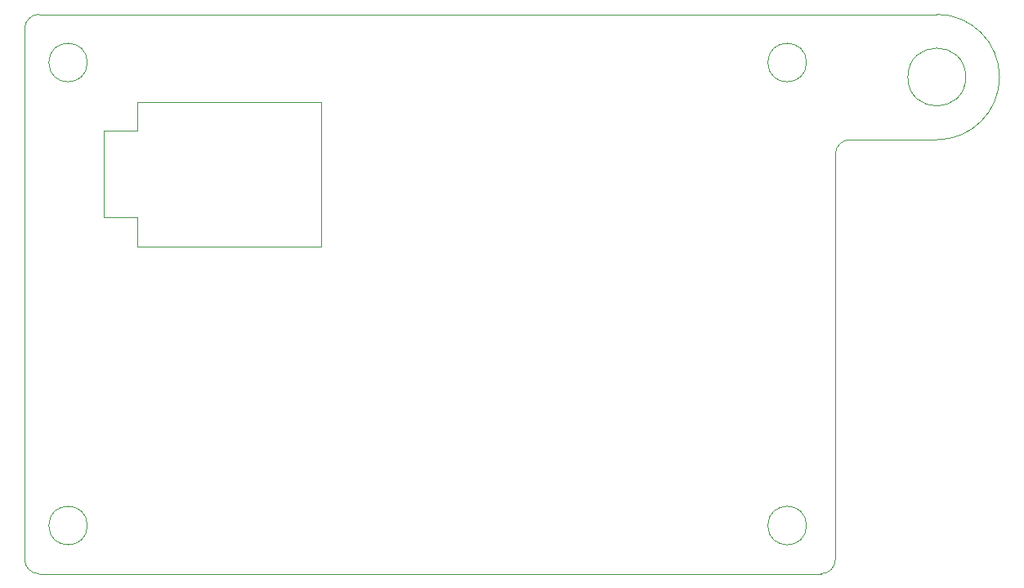
<source format=gbr>
%TF.GenerationSoftware,KiCad,Pcbnew,9.0.0*%
%TF.CreationDate,2025-05-06T12:38:54-07:00*%
%TF.ProjectId,DC33_Cnet_Badge_Main,44433333-5f43-46e6-9574-5f4261646765,rev?*%
%TF.SameCoordinates,Original*%
%TF.FileFunction,Profile,NP*%
%FSLAX46Y46*%
G04 Gerber Fmt 4.6, Leading zero omitted, Abs format (unit mm)*
G04 Created by KiCad (PCBNEW 9.0.0) date 2025-05-06 12:38:54*
%MOMM*%
%LPD*%
G01*
G04 APERTURE LIST*
%TA.AperFunction,Profile*%
%ADD10C,0.050000*%
%TD*%
G04 APERTURE END LIST*
D10*
X197500000Y-66000000D02*
X197499340Y-107999300D01*
X197500000Y-107999340D02*
G75*
G02*
X196000000Y-109500000I-1500660J0D01*
G01*
X197500000Y-66000000D02*
G75*
G02*
X199000000Y-64500000I1500000J0D01*
G01*
X194500000Y-104500000D02*
G75*
G02*
X190500000Y-104500000I-2000000J0D01*
G01*
X190500000Y-104500000D02*
G75*
G02*
X194500000Y-104500000I2000000J0D01*
G01*
X197500000Y-51500000D02*
X208000000Y-51500000D01*
X208000000Y-51500000D02*
G75*
G02*
X208000000Y-64500000I0J-6500000D01*
G01*
X195999340Y-109499340D02*
X115000000Y-109500000D01*
X113500000Y-53000000D02*
G75*
G02*
X115000000Y-51500000I1500000J0D01*
G01*
X120000000Y-56500000D02*
G75*
G02*
X116000000Y-56500000I-2000000J0D01*
G01*
X116000000Y-56500000D02*
G75*
G02*
X120000000Y-56500000I2000000J0D01*
G01*
X120000000Y-104500000D02*
G75*
G02*
X116000000Y-104500000I-2000000J0D01*
G01*
X116000000Y-104500000D02*
G75*
G02*
X120000000Y-104500000I2000000J0D01*
G01*
X113500000Y-108000000D02*
X113500000Y-53000000D01*
X211000000Y-58000000D02*
G75*
G02*
X205000000Y-58000000I-3000000J0D01*
G01*
X205000000Y-58000000D02*
G75*
G02*
X211000000Y-58000000I3000000J0D01*
G01*
X115000000Y-51500000D02*
X197500000Y-51500000D01*
X194500000Y-56500000D02*
G75*
G02*
X190500000Y-56500000I-2000000J0D01*
G01*
X190500000Y-56500000D02*
G75*
G02*
X194500000Y-56500000I2000000J0D01*
G01*
X115000000Y-109500000D02*
G75*
G02*
X113500000Y-108000000I0J1500000D01*
G01*
X196000000Y-109500000D02*
X196000000Y-109500000D01*
X199000000Y-64500000D02*
X208000000Y-64500000D01*
%TO.C,U1*%
X144180000Y-75570000D02*
X144180000Y-60570000D01*
X144180000Y-60570000D02*
X125130000Y-60570000D01*
X125130000Y-75570000D02*
X144180000Y-75570000D01*
X125130000Y-72570000D02*
X125130000Y-75570000D01*
X125130000Y-63570000D02*
X121680000Y-63570000D01*
X125130000Y-60570000D02*
X125130000Y-63570000D01*
X121680000Y-72570000D02*
X125130000Y-72570000D01*
X121680000Y-63570000D02*
X121680000Y-72570000D01*
%TD*%
M02*

</source>
